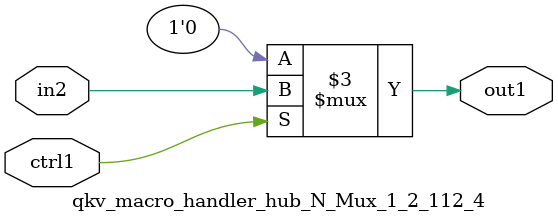
<source format=v>

`timescale 1ps / 1ps


module qkv_macro_handler_hub_N_Mux_1_2_112_4( in2, ctrl1, out1 );

    input in2;
    input ctrl1;
    output out1;
    reg out1;

    
    // rtl_process:qkv_macro_handler_hub_N_Mux_1_2_112_4/qkv_macro_handler_hub_N_Mux_1_2_112_4_thread_1
    always @*
      begin : qkv_macro_handler_hub_N_Mux_1_2_112_4_thread_1
        case (ctrl1) 
          1'b1: 
            begin
              out1 = in2;
            end
          default: 
            begin
              out1 = 1'b0;
            end
        endcase
      end

endmodule



</source>
